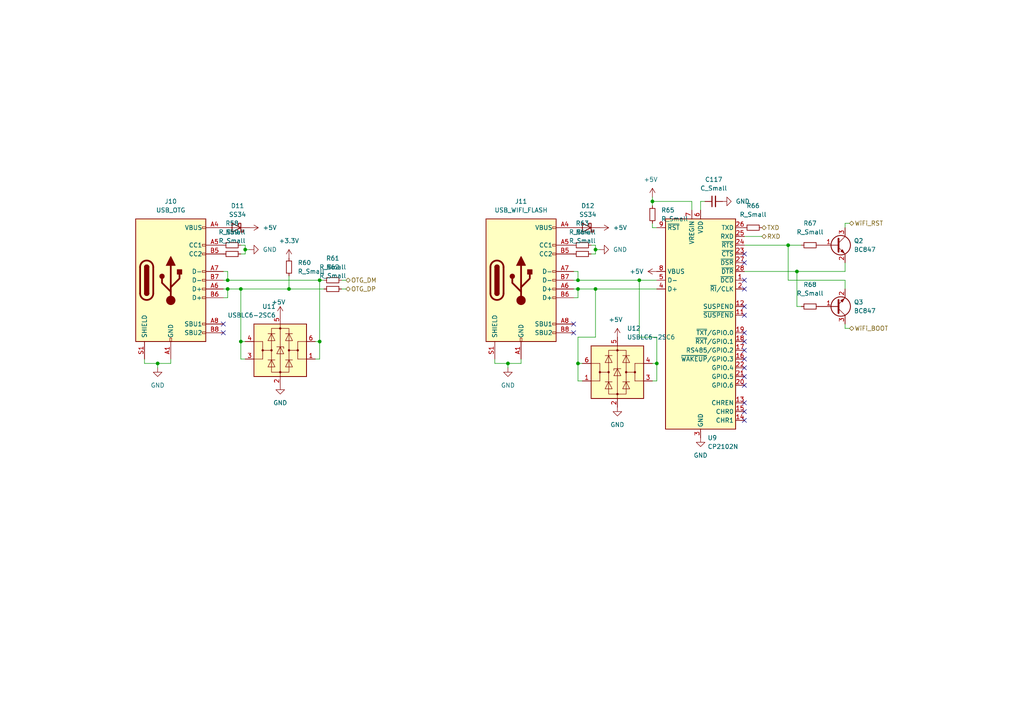
<source format=kicad_sch>
(kicad_sch (version 20230121) (generator eeschema)
  (paper "A4")
  (lib_symbols
    (symbol "Connector:USB_C_Receptacle_USB2.0" (pin_names (offset 1.016))
      (property "Reference" "J" (at -10.16 19.05 0))
      (property "Value" "USB_C_Receptacle_USB2.0" (at 19.05 19.05 0))
      (symbol "USB_C_Receptacle_USB2.0_0_0"
        (rectangle (start -0.254 -17.78) (end 0.254 -16.764))
        (rectangle (start 10.16 -14.986) (end 9.144 -15.494))
        (rectangle (start 10.16 -12.446) (end 9.144 -12.954))
        (rectangle (start 10.16 -4.826) (end 9.144 -5.334))
        (rectangle (start 10.16 -2.286) (end 9.144 -2.794))
        (rectangle (start 10.16 0.254) (end 9.144 -0.254))
        (rectangle (start 10.16 2.794) (end 9.144 2.286))
        (rectangle (start 10.16 7.874) (end 9.144 7.366))
        (rectangle (start 10.16 10.414) (end 9.144 9.906))
        (rectangle (start 10.16 15.494) (end 9.144 14.986))
      )
      (symbol "USB_C_Receptacle_USB2.0_0_1"
        (rectangle (start -10.16 17.78) (end 10.16 -17.78) (stroke (width 0.254)) (fill (type background)))
        (arc (start -8.89 -3.81) (mid -6.985 -5.7067) (end -5.08 -3.81) (stroke (width 0.508)))
        (arc (start -7.62 -3.81) (mid -6.985 -4.4423) (end -6.35 -3.81) (stroke (width 0.254)))
        (arc (start -7.62 -3.81) (mid -6.985 -4.4423) (end -6.35 -3.81) (stroke (width 0.254)) (fill (type outline)))
        (rectangle (start -7.62 -3.81) (end -6.35 3.81) (stroke (width 0.254)) (fill (type outline)))
        (arc (start -6.35 3.81) (mid -6.985 4.4423) (end -7.62 3.81) (stroke (width 0.254)))
        (arc (start -6.35 3.81) (mid -6.985 4.4423) (end -7.62 3.81) (stroke (width 0.254)) (fill (type outline)))
        (arc (start -5.08 3.81) (mid -6.985 5.7067) (end -8.89 3.81) (stroke (width 0.508)))
        (circle (center -2.54 1.143) (radius 0.635) (stroke (width 0.254)) (fill (type outline)))
        (circle (center 0 -5.842) (radius 1.27) (fill (type outline)))
        (polyline (pts (xy -8.89 -3.81) (xy -8.89 3.81)) (stroke (width 0.508)))
        (polyline (pts (xy -5.08 3.81) (xy -5.08 -3.81)) (stroke (width 0.508)))
        (polyline (pts (xy 0 -5.842) (xy 0 4.318)) (stroke (width 0.508)))
        (polyline (pts (xy 0 -3.302) (xy -2.54 -0.762) (xy -2.54 0.508)) (stroke (width 0.508)))
        (polyline (pts (xy 0 -2.032) (xy 2.54 0.508) (xy 2.54 1.778)) (stroke (width 0.508)))
        (polyline (pts (xy -1.27 4.318) (xy 0 6.858) (xy 1.27 4.318) (xy -1.27 4.318)) (stroke (width 0.254)) (fill (type outline)))
        (rectangle (start 1.905 1.778) (end 3.175 3.048) (stroke (width 0.254)) (fill (type outline)))
      )
      (symbol "USB_C_Receptacle_USB2.0_1_1"
        (pin passive line (at 0 -22.86 90) (length 5.08) (name "GND") (number "A1"))
        (pin passive line (at 0 -22.86 90) (length 5.08) hide (name "GND") (number "A12"))
        (pin passive line (at 15.24 15.24 180) (length 5.08) (name "VBUS") (number "A4"))
        (pin bidirectional line (at 15.24 10.16 180) (length 5.08) (name "CC1") (number "A5"))
        (pin bidirectional line (at 15.24 -2.54 180) (length 5.08) (name "D+") (number "A6"))
        (pin bidirectional line (at 15.24 2.54 180) (length 5.08) (name "D-") (number "A7"))
        (pin bidirectional line (at 15.24 -12.7 180) (length 5.08) (name "SBU1") (number "A8"))
        (pin passive line (at 15.24 15.24 180) (length 5.08) hide (name "VBUS") (number "A9"))
        (pin passive line (at 0 -22.86 90) (length 5.08) hide (name "GND") (number "B1"))
        (pin passive line (at 0 -22.86 90) (length 5.08) hide (name "GND") (number "B12"))
        (pin passive line (at 15.24 15.24 180) (length 5.08) hide (name "VBUS") (number "B4"))
        (pin bidirectional line (at 15.24 7.62 180) (length 5.08) (name "CC2") (number "B5"))
        (pin bidirectional line (at 15.24 -5.08 180) (length 5.08) (name "D+") (number "B6"))
        (pin bidirectional line (at 15.24 0 180) (length 5.08) (name "D-") (number "B7"))
        (pin bidirectional line (at 15.24 -15.24 180) (length 5.08) (name "SBU2") (number "B8"))
        (pin passive line (at 15.24 15.24 180) (length 5.08) hide (name "VBUS") (number "B9"))
        (pin passive line (at -7.62 -22.86 90) (length 5.08) (name "SHIELD") (number "S1"))
      )
    )
    (symbol "Device:C_Small" (pin_numbers hide) (pin_names (offset 0.254) hide)
      (property "Reference" "C" (at 0.254 1.778 0))
      (property "Value" "C_Small" (at 0.254 -2.032 0))
      (symbol "C_Small_0_1"
        (polyline (pts (xy -1.524 -0.508) (xy 1.524 -0.508)) (stroke (width 0.3302)))
        (polyline (pts (xy -1.524 0.508) (xy 1.524 0.508)) (stroke (width 0.3048)))
      )
      (symbol "C_Small_1_1"
        (pin passive line (at 0 2.54 270) (length 2.032) (name "~") (number "1"))
        (pin passive line (at 0 -2.54 90) (length 2.032) (name "~") (number "2"))
      )
    )
    (symbol "Device:R_Small" (pin_numbers hide) (pin_names (offset 0.254) hide)
      (property "Reference" "R" (at 0.762 0.508 0))
      (property "Value" "R_Small" (at 0.762 -1.016 0))
      (symbol "R_Small_0_1"
        (rectangle (start -0.762 1.778) (end 0.762 -1.778) (stroke (width 0.2032)))
      )
      (symbol "R_Small_1_1"
        (pin passive line (at 0 2.54 270) (length 0.762) (name "~") (number "1"))
        (pin passive line (at 0 -2.54 90) (length 0.762) (name "~") (number "2"))
      )
    )
    (symbol "Diode:CDBA340-HF" (pin_numbers hide) (pin_names hide)
      (property "Reference" "D" (at 0 2.54 0))
      (property "Value" "CDBA340-HF" (at 0 -2.54 0))
      (symbol "CDBA340-HF_0_1"
        (polyline (pts (xy 1.27 0) (xy -1.27 0)))
        (polyline (pts (xy 1.27 1.27) (xy 1.27 -1.27) (xy -1.27 0) (xy 1.27 1.27)) (stroke (width 0.254)))
        (polyline (pts (xy -1.905 0.635) (xy -1.905 1.27) (xy -1.27 1.27) (xy -1.27 -1.27) (xy -0.635 -1.27) (xy -0.635 -0.635)) (stroke (width 0.254)))
      )
      (symbol "CDBA340-HF_1_1"
        (pin passive line (at -3.81 0 0) (length 2.54) (name "K") (number "1"))
        (pin passive line (at 3.81 0 180) (length 2.54) (name "A") (number "2"))
      )
    )
    (symbol "Interface_USB:CP2102N-Axx-xQFN28"
      (property "Reference" "U" (at -8.89 31.75 0))
      (property "Value" "CP2102N-Axx-xQFN28" (at 12.7 31.75 0))
      (symbol "CP2102N-Axx-xQFN28_0_1"
        (rectangle (start -10.16 30.48) (end 10.16 -30.48) (stroke (width 0.254)) (fill (type background)))
      )
      (symbol "CP2102N-Axx-xQFN28_1_1"
        (pin input line (at 12.7 12.7 180) (length 2.54) (name "~{DCD}") (number "1"))
        (pin no_connect line (at -10.16 -27.94 0) (length 2.54) hide (name "NC") (number "10"))
        (pin output line (at 12.7 2.54 180) (length 2.54) (name "~{SUSPEND}") (number "11"))
        (pin output line (at 12.7 5.08 180) (length 2.54) (name "SUSPEND") (number "12"))
        (pin output line (at 12.7 -22.86 180) (length 2.54) (name "CHREN") (number "13"))
        (pin output line (at 12.7 -27.94 180) (length 2.54) (name "CHR1") (number "14"))
        (pin output line (at 12.7 -25.4 180) (length 2.54) (name "CHR0") (number "15"))
        (pin bidirectional line (at 12.7 -10.16 180) (length 2.54) (name "~{WAKEUP}/GPIO.3") (number "16"))
        (pin bidirectional line (at 12.7 -7.62 180) (length 2.54) (name "RS485/GPIO.2") (number "17"))
        (pin bidirectional line (at 12.7 -5.08 180) (length 2.54) (name "~{RXT}/GPIO.1") (number "18"))
        (pin bidirectional line (at 12.7 -2.54 180) (length 2.54) (name "~{TXT}/GPIO.0") (number "19"))
        (pin bidirectional line (at 12.7 10.16 180) (length 2.54) (name "~{RI}/CLK") (number "2"))
        (pin bidirectional line (at 12.7 -17.78 180) (length 2.54) (name "GPIO.6") (number "20"))
        (pin bidirectional line (at 12.7 -15.24 180) (length 2.54) (name "GPIO.5") (number "21"))
        (pin bidirectional line (at 12.7 -12.7 180) (length 2.54) (name "GPIO.4") (number "22"))
        (pin input line (at 12.7 20.32 180) (length 2.54) (name "~{CTS}") (number "23"))
        (pin output line (at 12.7 22.86 180) (length 2.54) (name "~{RTS}") (number "24"))
        (pin input line (at 12.7 25.4 180) (length 2.54) (name "RXD") (number "25"))
        (pin output line (at 12.7 27.94 180) (length 2.54) (name "TXD") (number "26"))
        (pin input line (at 12.7 17.78 180) (length 2.54) (name "~{DSR}") (number "27"))
        (pin output line (at 12.7 15.24 180) (length 2.54) (name "~{DTR}") (number "28"))
        (pin passive line (at 0 -33.02 90) (length 2.54) hide (name "GND") (number "29"))
        (pin power_in line (at 0 -33.02 90) (length 2.54) (name "GND") (number "3"))
        (pin bidirectional line (at -12.7 10.16 0) (length 2.54) (name "D+") (number "4"))
        (pin bidirectional line (at -12.7 12.7 0) (length 2.54) (name "D-") (number "5"))
        (pin power_in line (at 0 33.02 270) (length 2.54) (name "VDD") (number "6"))
        (pin power_in line (at -2.54 33.02 270) (length 2.54) (name "VREGIN") (number "7"))
        (pin input line (at -12.7 15.24 0) (length 2.54) (name "VBUS") (number "8"))
        (pin input line (at -12.7 27.94 0) (length 2.54) (name "~{RST}") (number "9"))
      )
    )
    (symbol "Power_Protection:USBLC6-2SC6" (pin_names hide)
      (property "Reference" "U" (at 2.54 8.89 0))
      (property "Value" "USBLC6-2SC6" (at 2.54 -8.89 0))
      (symbol "USBLC6-2SC6_0_1"
        (rectangle (start -7.62 -7.62) (end 7.62 7.62) (stroke (width 0.254)) (fill (type background)))
        (circle (center -5.08 0) (radius 0.254) (fill (type outline)))
        (circle (center -2.54 0) (radius 0.254) (fill (type outline)))
        (rectangle (start -2.54 6.35) (end 2.54 -6.35))
        (circle (center 0 -6.35) (radius 0.254) (fill (type outline)))
        (polyline (pts (xy -5.08 -2.54) (xy -7.62 -2.54)))
        (polyline (pts (xy -5.08 0) (xy -5.08 -2.54)))
        (polyline (pts (xy -5.08 2.54) (xy -7.62 2.54)))
        (polyline (pts (xy -1.524 -2.794) (xy -3.556 -2.794)))
        (polyline (pts (xy -1.524 4.826) (xy -3.556 4.826)))
        (polyline (pts (xy 0 -7.62) (xy 0 -6.35)))
        (polyline (pts (xy 0 -6.35) (xy 0 1.27)))
        (polyline (pts (xy 0 1.27) (xy 0 6.35)))
        (polyline (pts (xy 0 6.35) (xy 0 7.62)))
        (polyline (pts (xy 1.524 -2.794) (xy 3.556 -2.794)))
        (polyline (pts (xy 1.524 4.826) (xy 3.556 4.826)))
        (polyline (pts (xy 5.08 -2.54) (xy 7.62 -2.54)))
        (polyline (pts (xy 5.08 0) (xy 5.08 -2.54)))
        (polyline (pts (xy 5.08 2.54) (xy 7.62 2.54)))
        (polyline (pts (xy -2.54 0) (xy -5.08 0) (xy -5.08 2.54)))
        (polyline (pts (xy 2.54 0) (xy 5.08 0) (xy 5.08 2.54)))
        (polyline (pts (xy -3.556 -4.826) (xy -1.524 -4.826) (xy -2.54 -2.794) (xy -3.556 -4.826)))
        (polyline (pts (xy -3.556 2.794) (xy -1.524 2.794) (xy -2.54 4.826) (xy -3.556 2.794)))
        (polyline (pts (xy -1.016 -1.016) (xy 1.016 -1.016) (xy 0 1.016) (xy -1.016 -1.016)))
        (polyline (pts (xy 1.016 1.016) (xy 0.762 1.016) (xy -1.016 1.016) (xy -1.016 0.508)))
        (polyline (pts (xy 3.556 -4.826) (xy 1.524 -4.826) (xy 2.54 -2.794) (xy 3.556 -4.826)))
        (polyline (pts (xy 3.556 2.794) (xy 1.524 2.794) (xy 2.54 4.826) (xy 3.556 2.794)))
        (circle (center 0 6.35) (radius 0.254) (fill (type outline)))
        (circle (center 2.54 0) (radius 0.254) (fill (type outline)))
        (circle (center 5.08 0) (radius 0.254) (fill (type outline)))
      )
      (symbol "USBLC6-2SC6_1_1"
        (pin passive line (at -10.16 -2.54 0) (length 2.54) (name "I/O1") (number "1"))
        (pin passive line (at 0 -10.16 90) (length 2.54) (name "GND") (number "2"))
        (pin passive line (at 10.16 -2.54 180) (length 2.54) (name "I/O2") (number "3"))
        (pin passive line (at 10.16 2.54 180) (length 2.54) (name "I/O2") (number "4"))
        (pin passive line (at 0 10.16 270) (length 2.54) (name "VBUS") (number "5"))
        (pin passive line (at -10.16 2.54 0) (length 2.54) (name "I/O1") (number "6"))
      )
    )
    (symbol "Transistor_BJT:BC847" (pin_names (offset 0) hide)
      (property "Reference" "Q" (at 5.08 1.905 0))
      (property "Value" "BC847" (at 5.08 0 0))
      (symbol "BC847_0_1"
        (polyline (pts (xy 0.635 0.635) (xy 2.54 2.54)))
        (polyline (pts (xy 0.635 -0.635) (xy 2.54 -2.54) (xy 2.54 -2.54)))
        (polyline (pts (xy 0.635 1.905) (xy 0.635 -1.905) (xy 0.635 -1.905)) (stroke (width 0.508)))
        (polyline (pts (xy 1.27 -1.778) (xy 1.778 -1.27) (xy 2.286 -2.286) (xy 1.27 -1.778) (xy 1.27 -1.778)) (fill (type outline)))
        (circle (center 1.27 0) (radius 2.8194) (stroke (width 0.254)))
      )
      (symbol "BC847_1_1"
        (pin input line (at -5.08 0 0) (length 5.715) (name "B") (number "1"))
        (pin passive line (at 2.54 -5.08 90) (length 2.54) (name "E") (number "2"))
        (pin passive line (at 2.54 5.08 270) (length 2.54) (name "C") (number "3"))
      )
    )
    (symbol "power:+3.3V" (power) (pin_names (offset 0))
      (property "Value" "+3.3V" (at 0 3.556 0))
      (symbol "+3.3V_0_1"
        (polyline (pts (xy -0.762 1.27) (xy 0 2.54)))
        (polyline (pts (xy 0 0) (xy 0 2.54)))
        (polyline (pts (xy 0 2.54) (xy 0.762 1.27)))
      )
      (symbol "+3.3V_1_1"
        (pin power_in line (at 0 0 90) (length 0) hide (name "+3.3V") (number "1"))
      )
    )
    (symbol "power:+5V" (power) (pin_names (offset 0))
      (property "Value" "+5V" (at 0 3.556 0))
      (symbol "+5V_0_1"
        (polyline (pts (xy -0.762 1.27) (xy 0 2.54)))
        (polyline (pts (xy 0 0) (xy 0 2.54)))
        (polyline (pts (xy 0 2.54) (xy 0.762 1.27)))
      )
      (symbol "+5V_1_1"
        (pin power_in line (at 0 0 90) (length 0) hide (name "+5V") (number "1"))
      )
    )
    (symbol "power:GND" (power) (pin_names (offset 0))
      (property "Value" "GND" (at 0 -3.81 0))
      (symbol "GND_0_1"
        (polyline (pts (xy 0 0) (xy 0 -1.27) (xy 1.27 -1.27) (xy 0 -2.54) (xy -1.27 -1.27) (xy 0 -1.27)))
      )
      (symbol "GND_1_1"
        (pin power_in line (at 0 0 270) (length 0) hide (name "GND") (number "1"))
      )
    )
  )
  (junction (at 231.14 78.74))
  (junction (at 167.64 81.28))
  (junction (at 83.82 83.82))
  (junction (at 71.12 72.39))
  (junction (at 185.42 81.28))
  (junction (at 172.72 83.82))
  (junction (at 45.72 105.41))
  (junction (at 92.71 99.06))
  (junction (at 66.04 81.28))
  (junction (at 69.85 83.82))
  (junction (at 92.71 81.28))
  (junction (at 190.5 105.41))
  (junction (at 66.04 83.82))
  (junction (at 228.6 71.12))
  (junction (at 167.64 105.41))
  (junction (at 172.72 72.39))
  (junction (at 189.23 58.42))
  (junction (at 147.32 105.41))
  (junction (at 167.64 83.82))
  (junction (at 69.85 99.06))
  (no_connect (at 166.37 96.52))
  (no_connect (at 166.37 93.98))
  (no_connect (at 215.9 76.2))
  (no_connect (at 215.9 91.44))
  (no_connect (at 64.77 96.52))
  (no_connect (at 215.9 111.76))
  (no_connect (at 64.77 93.98))
  (no_connect (at 215.9 96.52))
  (no_connect (at 215.9 109.22))
  (no_connect (at 215.9 116.84))
  (no_connect (at 215.9 73.66))
  (no_connect (at 215.9 88.9))
  (no_connect (at 215.9 106.68))
  (no_connect (at 215.9 121.92))
  (no_connect (at 215.9 99.06))
  (no_connect (at 215.9 83.82))
  (no_connect (at 215.9 104.14))
  (no_connect (at 215.9 81.28))
  (no_connect (at 215.9 101.6))
  (no_connect (at 215.9 119.38))
  (wire (pts (xy 245.11 81.28) (xy 245.11 83.82)))
  (wire (pts (xy 228.6 81.28) (xy 245.11 81.28)))
  (wire (pts (xy 91.44 99.06) (xy 92.71 99.06)))
  (wire (pts (xy 171.45 71.12) (xy 172.72 71.12)))
  (wire (pts (xy 66.04 86.36) (xy 64.77 86.36)))
  (wire (pts (xy 215.9 71.12) (xy 228.6 71.12)))
  (wire (pts (xy 45.72 105.41) (xy 41.91 105.41)))
  (wire (pts (xy 189.23 57.15) (xy 189.23 58.42)))
  (wire (pts (xy 71.12 71.12) (xy 71.12 72.39)))
  (wire (pts (xy 99.06 81.28) (xy 100.33 81.28)))
  (wire (pts (xy 71.12 72.39) (xy 71.12 73.66)))
  (wire (pts (xy 167.64 78.74) (xy 167.64 81.28)))
  (wire (pts (xy 190.5 110.49) (xy 190.5 105.41)))
  (wire (pts (xy 167.64 105.41) (xy 167.64 97.79)))
  (wire (pts (xy 245.11 64.77) (xy 246.38 64.77)))
  (wire (pts (xy 189.23 66.04) (xy 190.5 66.04)))
  (wire (pts (xy 69.85 83.82) (xy 83.82 83.82)))
  (wire (pts (xy 92.71 99.06) (xy 92.71 104.14)))
  (wire (pts (xy 172.72 73.66) (xy 171.45 73.66)))
  (wire (pts (xy 147.32 105.41) (xy 147.32 106.68)))
  (wire (pts (xy 71.12 72.39) (xy 72.39 72.39)))
  (wire (pts (xy 200.66 60.96) (xy 200.66 58.42)))
  (wire (pts (xy 167.64 81.28) (xy 185.42 81.28)))
  (wire (pts (xy 185.42 81.28) (xy 190.5 81.28)))
  (wire (pts (xy 172.72 83.82) (xy 190.5 83.82)))
  (wire (pts (xy 167.64 83.82) (xy 172.72 83.82)))
  (wire (pts (xy 232.41 71.12) (xy 228.6 71.12)))
  (wire (pts (xy 92.71 99.06) (xy 92.71 81.28)))
  (wire (pts (xy 66.04 78.74) (xy 64.77 78.74)))
  (wire (pts (xy 231.14 78.74) (xy 231.14 88.9)))
  (wire (pts (xy 92.71 81.28) (xy 93.98 81.28)))
  (wire (pts (xy 69.85 99.06) (xy 69.85 83.82)))
  (wire (pts (xy 167.64 110.49) (xy 167.64 105.41)))
  (wire (pts (xy 203.2 58.42) (xy 204.47 58.42)))
  (wire (pts (xy 69.85 104.14) (xy 71.12 104.14)))
  (wire (pts (xy 203.2 60.96) (xy 203.2 58.42)))
  (wire (pts (xy 151.13 104.14) (xy 151.13 105.41)))
  (wire (pts (xy 64.77 81.28) (xy 66.04 81.28)))
  (wire (pts (xy 245.11 78.74) (xy 231.14 78.74)))
  (wire (pts (xy 71.12 73.66) (xy 69.85 73.66)))
  (wire (pts (xy 172.72 72.39) (xy 173.99 72.39)))
  (wire (pts (xy 167.64 105.41) (xy 168.91 105.41)))
  (wire (pts (xy 166.37 81.28) (xy 167.64 81.28)))
  (wire (pts (xy 92.71 104.14) (xy 91.44 104.14)))
  (wire (pts (xy 215.9 78.74) (xy 231.14 78.74)))
  (wire (pts (xy 167.64 97.79) (xy 172.72 97.79)))
  (wire (pts (xy 200.66 58.42) (xy 189.23 58.42)))
  (wire (pts (xy 189.23 58.42) (xy 189.23 59.69)))
  (wire (pts (xy 66.04 83.82) (xy 66.04 86.36)))
  (wire (pts (xy 49.53 105.41) (xy 45.72 105.41)))
  (wire (pts (xy 166.37 86.36) (xy 167.64 86.36)))
  (wire (pts (xy 189.23 110.49) (xy 190.5 110.49)))
  (wire (pts (xy 71.12 99.06) (xy 69.85 99.06)))
  (wire (pts (xy 49.53 104.14) (xy 49.53 105.41)))
  (wire (pts (xy 190.5 105.41) (xy 189.23 105.41)))
  (wire (pts (xy 245.11 93.98) (xy 245.11 95.25)))
  (wire (pts (xy 83.82 83.82) (xy 93.98 83.82)))
  (wire (pts (xy 66.04 81.28) (xy 92.71 81.28)))
  (wire (pts (xy 245.11 76.2) (xy 245.11 78.74)))
  (wire (pts (xy 99.06 83.82) (xy 100.33 83.82)))
  (wire (pts (xy 66.04 81.28) (xy 66.04 78.74)))
  (wire (pts (xy 66.04 83.82) (xy 69.85 83.82)))
  (wire (pts (xy 245.11 95.25) (xy 246.38 95.25)))
  (wire (pts (xy 151.13 105.41) (xy 147.32 105.41)))
  (wire (pts (xy 41.91 104.14) (xy 41.91 105.41)))
  (wire (pts (xy 190.5 105.41) (xy 190.5 97.79)))
  (wire (pts (xy 64.77 83.82) (xy 66.04 83.82)))
  (wire (pts (xy 166.37 78.74) (xy 167.64 78.74)))
  (wire (pts (xy 231.14 88.9) (xy 232.41 88.9)))
  (wire (pts (xy 69.85 99.06) (xy 69.85 104.14)))
  (wire (pts (xy 189.23 64.77) (xy 189.23 66.04)))
  (wire (pts (xy 69.85 71.12) (xy 71.12 71.12)))
  (wire (pts (xy 215.9 68.58) (xy 220.98 68.58)))
  (wire (pts (xy 172.72 97.79) (xy 172.72 83.82)))
  (wire (pts (xy 245.11 66.04) (xy 245.11 64.77)))
  (wire (pts (xy 147.32 105.41) (xy 143.51 105.41)))
  (wire (pts (xy 185.42 97.79) (xy 185.42 81.28)))
  (wire (pts (xy 45.72 105.41) (xy 45.72 106.68)))
  (wire (pts (xy 166.37 83.82) (xy 167.64 83.82)))
  (wire (pts (xy 168.91 110.49) (xy 167.64 110.49)))
  (wire (pts (xy 190.5 97.79) (xy 185.42 97.79)))
  (wire (pts (xy 172.72 71.12) (xy 172.72 72.39)))
  (wire (pts (xy 172.72 72.39) (xy 172.72 73.66)))
  (wire (pts (xy 228.6 71.12) (xy 228.6 81.28)))
  (wire (pts (xy 143.51 105.41) (xy 143.51 104.14)))
  (wire (pts (xy 83.82 80.01) (xy 83.82 83.82)))
  (wire (pts (xy 167.64 86.36) (xy 167.64 83.82)))
  (hierarchical_label "OTG_DP" (shape bidirectional) (at 100.33 83.82 0))
  (hierarchical_label "TXD" (shape bidirectional) (at 220.98 66.04 0))
  (hierarchical_label "WiFi_RST" (shape bidirectional) (at 246.38 64.77 0))
  (hierarchical_label "RXD" (shape bidirectional) (at 220.98 68.58 0))
  (hierarchical_label "WiFi_BOOT" (shape bidirectional) (at 246.38 95.25 0))
  (hierarchical_label "OTG_DM" (shape bidirectional) (at 100.33 81.28 0))
  (symbol (lib_id "power:+5V") (at 190.5 78.74 90) (unit 1)
    (property "Reference" "#PWR0239" (effects hide))
    (property "Value" "+5V" (at 186.69 78.7399 90) (effects (justify left)))
  )
  (symbol (lib_id "power:GND") (at 173.99 72.39 90) (mirror x) (unit 1)
    (property "Reference" "#PWR0242" (effects hide))
    (property "Value" "GND" (at 177.8 72.3899 90) (effects (justify right)))
  )
  (symbol (lib_id "Device:R_Small") (at 168.91 73.66 90) (unit 1)
    (property "Reference" "R64" (at 168.91 67.31 90))
    (property "Value" "R_Small" (at 168.91 69.85 90))
    (property "Footprint" "Resistor_SMD:R_0603_1608Metric" (effects hide))
  )
  (symbol (lib_id "power:+5V") (at 81.28 91.44 0) (unit 1)
    (property "Reference" "#PWR0244" (effects hide))
    (property "Value" "+5V" (at 78.74 87.63 0) (effects (justify left)))
  )
  (symbol (lib_id "Transistor_BJT:BC847") (at 242.57 71.12 0) (unit 1)
    (property "Reference" "Q2" (at 247.65 69.8499 0) (effects (justify left)))
    (property "Value" "BC847" (at 247.65 72.3899 0) (effects (justify left)))
    (property "Footprint" "Package_TO_SOT_SMD:SOT-23" (effects hide))
    (property "Datasheet" "http://www.infineon.com/dgdl/Infineon-BC847SERIES_BC848SERIES_BC849SERIES_BC850SERIES-DS-v01_01-en.pdf?fileId=db3a304314dca389011541d4630a1657" (effects hide))
  )
  (symbol (lib_id "Device:R_Small") (at 96.52 83.82 90) (unit 1)
    (property "Reference" "R62" (at 96.52 77.47 90))
    (property "Value" "R_Small" (at 96.52 80.01 90))
    (property "Footprint" "Resistor_SMD:R_0603_1608Metric" (effects hide))
  )
  (symbol (lib_id "power:GND") (at 209.55 58.42 90) (mirror x) (unit 1)
    (property "Reference" "#PWR0238" (effects hide))
    (property "Value" "GND" (at 213.36 58.4199 90) (effects (justify right)))
  )
  (symbol (lib_id "power:GND") (at 147.32 106.68 0) (mirror y) (unit 1)
    (property "Reference" "#PWR0243" (effects hide))
    (property "Value" "GND" (at 147.32 111.76 0))
  )
  (symbol (lib_id "power:+5V") (at 173.99 66.04 270) (mirror x) (unit 1)
    (property "Reference" "#PWR0241" (effects hide))
    (property "Value" "+5V" (at 177.8 66.0399 90) (effects (justify left)))
  )
  (symbol (lib_id "power:GND") (at 203.2 127 0) (mirror y) (unit 1)
    (property "Reference" "#PWR0235" (effects hide))
    (property "Value" "GND" (at 203.2 132.08 0))
  )
  (symbol (lib_id "Device:R_Small") (at 67.31 71.12 90) (unit 1)
    (property "Reference" "R58" (at 67.31 64.77 90))
    (property "Value" "R_Small" (at 67.31 67.31 90))
    (property "Footprint" "Resistor_SMD:R_0603_1608Metric" (effects hide))
  )
  (symbol (lib_id "Diode:CDBA340-HF") (at 170.18 66.04 180) (unit 1)
    (property "Reference" "D12" (at 170.4975 59.69 0))
    (property "Value" "SS34" (at 170.4975 62.23 0))
    (property "Footprint" "Diode_SMD:D_SMA" (effects hide))
    (property "Datasheet" "https://www.comchiptech.com/admin/files/product/CDBA340-HF%20Thru193640.%20CDBA3100-HF%20RevB.pdf" (effects hide))
  )
  (symbol (lib_id "Device:R_Small") (at 234.95 71.12 270) (unit 1)
    (property "Reference" "R67" (at 234.95 64.77 90))
    (property "Value" "R_Small" (at 234.95 67.31 90))
    (property "Footprint" "Resistor_SMD:R_0603_1608Metric" (effects hide))
  )
  (symbol (lib_id "Device:R_Small") (at 218.44 66.04 270) (unit 1)
    (property "Reference" "R66" (at 218.44 59.69 90))
    (property "Value" "R_Small" (at 218.44 62.23 90))
    (property "Footprint" "Resistor_SMD:R_0603_1608Metric" (effects hide))
  )
  (symbol (lib_id "Connector:USB_C_Receptacle_USB2.0") (at 151.13 81.28 0) (unit 1)
    (property "Reference" "J11" (at 151.13 58.42 0))
    (property "Value" "USB_WIFI_FLASH" (at 151.13 60.96 0))
    (property "Footprint" "Connector_USB:USB_C_Receptacle_HRO_TYPE-C-31-M-12" (effects hide))
    (property "Datasheet" "https://www.usb.org/sites/default/files/documents/usb_type-c.zip" (effects hide))
  )
  (symbol (lib_id "power:+5V") (at 72.39 66.04 270) (mirror x) (unit 1)
    (property "Reference" "#PWR0248" (effects hide))
    (property "Value" "+5V" (at 76.2 66.0399 90) (effects (justify left)))
  )
  (symbol (lib_id "Device:R_Small") (at 67.31 73.66 90) (unit 1)
    (property "Reference" "R59" (at 67.31 67.31 90))
    (property "Value" "R_Small" (at 67.31 69.85 90))
    (property "Footprint" "Resistor_SMD:R_0603_1608Metric" (effects hide))
  )
  (symbol (lib_id "Transistor_BJT:BC847") (at 242.57 88.9 0) (mirror x) (unit 1)
    (property "Reference" "Q3" (at 247.65 87.6299 0) (effects (justify left)))
    (property "Value" "BC847" (at 247.65 90.1699 0) (effects (justify left)))
    (property "Footprint" "Package_TO_SOT_SMD:SOT-23" (effects hide))
    (property "Datasheet" "http://www.infineon.com/dgdl/Infineon-BC847SERIES_BC848SERIES_BC849SERIES_BC850SERIES-DS-v01_01-en.pdf?fileId=db3a304314dca389011541d4630a1657" (effects hide))
  )
  (symbol (lib_id "Device:R_Small") (at 168.91 71.12 90) (unit 1)
    (property "Reference" "R63" (at 168.91 64.77 90))
    (property "Value" "R_Small" (at 168.91 67.31 90))
    (property "Footprint" "Resistor_SMD:R_0603_1608Metric" (effects hide))
  )
  (symbol (lib_id "power:GND") (at 45.72 106.68 0) (mirror y) (unit 1)
    (property "Reference" "#PWR0247" (effects hide))
    (property "Value" "GND" (at 45.72 111.76 0))
  )
  (symbol (lib_id "Device:C_Small") (at 207.01 58.42 90) (unit 1)
    (property "Reference" "C117" (at 207.0163 52.07 90))
    (property "Value" "C_Small" (at 207.0163 54.61 90))
    (property "Footprint" "Capacitor_SMD:C_0603_1608Metric" (effects hide))
  )
  (symbol (lib_id "Device:R_Small") (at 96.52 81.28 90) (unit 1)
    (property "Reference" "R61" (at 96.52 74.93 90))
    (property "Value" "R_Small" (at 96.52 77.47 90))
    (property "Footprint" "Resistor_SMD:R_0603_1608Metric" (effects hide))
  )
  (symbol (lib_id "Power_Protection:USBLC6-2SC6") (at 81.28 101.6 0) (mirror y) (unit 1)
    (property "Reference" "U11" (at 80.01 88.9 0) (effects (justify left)))
    (property "Value" "USBLC6-2SC6" (at 80.01 91.44 0) (effects (justify left)))
    (property "Footprint" "Package_TO_SOT_SMD:SOT-23-6" (effects hide))
    (property "Datasheet" "https://www.st.com/resource/en/datasheet/usblc6-2.pdf" (effects hide))
  )
  (symbol (lib_id "Power_Protection:USBLC6-2SC6") (at 179.07 107.95 0) (unit 1)
    (property "Reference" "U12" (at 181.8387 95.25 0) (effects (justify left)))
    (property "Value" "USBLC6-2SC6" (at 181.8387 97.79 0) (effects (justify left)))
    (property "Footprint" "Package_TO_SOT_SMD:SOT-23-6" (effects hide))
    (property "Datasheet" "https://www.st.com/resource/en/datasheet/usblc6-2.pdf" (effects hide))
  )
  (symbol (lib_id "Device:R_Small") (at 83.82 77.47 180) (unit 1)
    (property "Reference" "R60" (at 86.36 76.1999 0) (effects (justify right)))
    (property "Value" "R_Small" (at 86.36 78.7399 0) (effects (justify right)))
    (property "Footprint" "Resistor_SMD:R_0603_1608Metric" (effects hide))
  )
  (symbol (lib_id "power:+3.3V") (at 83.82 74.93 0) (unit 1)
    (property "Reference" "#PWR0245" (effects hide))
    (property "Value" "+3.3V" (at 83.82 69.85 0))
  )
  (symbol (lib_id "power:+5V") (at 179.07 97.79 0) (unit 1)
    (property "Reference" "#PWR0240" (effects hide))
    (property "Value" "+5V" (at 176.53 92.71 0) (effects (justify left)))
  )
  (symbol (lib_id "Device:R_Small") (at 234.95 88.9 270) (unit 1)
    (property "Reference" "R68" (at 234.95 82.55 90))
    (property "Value" "R_Small" (at 234.95 85.09 90))
    (property "Footprint" "Resistor_SMD:R_0603_1608Metric" (effects hide))
  )
  (symbol (lib_id "power:+5V") (at 189.23 57.15 0) (unit 1)
    (property "Reference" "#PWR0237" (effects hide))
    (property "Value" "+5V" (at 186.69 52.07 0) (effects (justify left)))
  )
  (symbol (lib_id "Device:R_Small") (at 189.23 62.23 180) (unit 1)
    (property "Reference" "R65" (at 191.77 60.9599 0) (effects (justify right)))
    (property "Value" "R_Small" (at 191.77 63.4999 0) (effects (justify right)))
    (property "Footprint" "Resistor_SMD:R_0603_1608Metric" (effects hide))
  )
  (symbol (lib_id "power:GND") (at 179.07 118.11 0) (mirror y) (unit 1)
    (property "Reference" "#PWR0236" (effects hide))
    (property "Value" "GND" (at 179.07 123.19 0))
  )
  (symbol (lib_id "Interface_USB:CP2102N-Axx-xQFN28") (at 203.2 93.98 0) (unit 1)
    (property "Reference" "U9" (at 205.2194 127 0) (effects (justify left)))
    (property "Value" "CP2102N" (at 205.2194 129.54 0) (effects (justify left)))
    (property "Footprint" "Package_DFN_QFN:QFN-28-1EP_5x5mm_P0.5mm_EP3.35x3.35mm" (effects hide))
    (property "Datasheet" "https://www.silabs.com/documents/public/data-sheets/cp2102n-datasheet.pdf" (effects hide))
  )
  (symbol (lib_id "Connector:USB_C_Receptacle_USB2.0") (at 49.53 81.28 0) (unit 1)
    (property "Reference" "J10" (at 49.53 58.42 0))
    (property "Value" "USB_OTG" (at 49.53 60.96 0))
    (property "Footprint" "Connector_USB:USB_C_Receptacle_HRO_TYPE-C-31-M-12" (effects hide))
    (property "Datasheet" "https://www.usb.org/sites/default/files/documents/usb_type-c.zip" (effects hide))
  )
  (symbol (lib_id "power:GND") (at 81.28 111.76 0) (mirror y) (unit 1)
    (property "Reference" "#PWR0246" (effects hide))
    (property "Value" "GND" (at 81.28 116.84 0))
  )
  (symbol (lib_id "Diode:CDBA340-HF") (at 68.58 66.04 180) (unit 1)
    (property "Reference" "D11" (at 68.8975 59.69 0))
    (property "Value" "SS34" (at 68.8975 62.23 0))
    (property "Footprint" "Diode_SMD:D_SMA" (effects hide))
    (property "Datasheet" "https://www.comchiptech.com/admin/files/product/CDBA340-HF%20Thru193640.%20CDBA3100-HF%20RevB.pdf" (effects hide))
  )
  (symbol (lib_id "power:GND") (at 72.39 72.39 90) (mirror x) (unit 1)
    (property "Reference" "#PWR0249" (effects hide))
    (property "Value" "GND" (at 76.2 72.3899 90) (effects (justify right)))
  )
)
</source>
